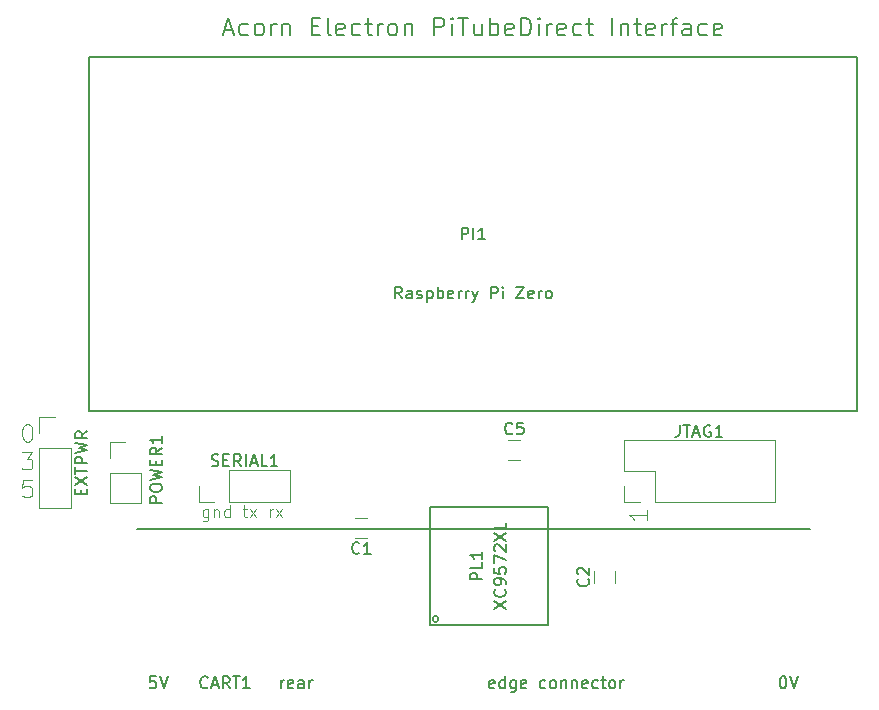
<source format=gto>
G04 #@! TF.FileFunction,Legend,Top*
%FSLAX46Y46*%
G04 Gerber Fmt 4.6, Leading zero omitted, Abs format (unit mm)*
G04 Created by KiCad (PCBNEW 4.0.6) date Friday, April 21, 2017 'PMt' 03:46:42 PM*
%MOMM*%
%LPD*%
G01*
G04 APERTURE LIST*
%ADD10C,0.100000*%
%ADD11C,0.200000*%
%ADD12C,0.120000*%
%ADD13C,0.150000*%
G04 APERTURE END LIST*
D10*
D11*
X53928573Y-37750000D02*
X54642859Y-37750000D01*
X53785716Y-38178571D02*
X54285716Y-36678571D01*
X54785716Y-38178571D01*
X55928573Y-38107143D02*
X55785716Y-38178571D01*
X55500002Y-38178571D01*
X55357144Y-38107143D01*
X55285716Y-38035714D01*
X55214287Y-37892857D01*
X55214287Y-37464286D01*
X55285716Y-37321429D01*
X55357144Y-37250000D01*
X55500002Y-37178571D01*
X55785716Y-37178571D01*
X55928573Y-37250000D01*
X56785716Y-38178571D02*
X56642858Y-38107143D01*
X56571430Y-38035714D01*
X56500001Y-37892857D01*
X56500001Y-37464286D01*
X56571430Y-37321429D01*
X56642858Y-37250000D01*
X56785716Y-37178571D01*
X57000001Y-37178571D01*
X57142858Y-37250000D01*
X57214287Y-37321429D01*
X57285716Y-37464286D01*
X57285716Y-37892857D01*
X57214287Y-38035714D01*
X57142858Y-38107143D01*
X57000001Y-38178571D01*
X56785716Y-38178571D01*
X57928573Y-38178571D02*
X57928573Y-37178571D01*
X57928573Y-37464286D02*
X58000001Y-37321429D01*
X58071430Y-37250000D01*
X58214287Y-37178571D01*
X58357144Y-37178571D01*
X58857144Y-37178571D02*
X58857144Y-38178571D01*
X58857144Y-37321429D02*
X58928572Y-37250000D01*
X59071430Y-37178571D01*
X59285715Y-37178571D01*
X59428572Y-37250000D01*
X59500001Y-37392857D01*
X59500001Y-38178571D01*
X61357144Y-37392857D02*
X61857144Y-37392857D01*
X62071430Y-38178571D02*
X61357144Y-38178571D01*
X61357144Y-36678571D01*
X62071430Y-36678571D01*
X62928573Y-38178571D02*
X62785715Y-38107143D01*
X62714287Y-37964286D01*
X62714287Y-36678571D01*
X64071429Y-38107143D02*
X63928572Y-38178571D01*
X63642858Y-38178571D01*
X63500001Y-38107143D01*
X63428572Y-37964286D01*
X63428572Y-37392857D01*
X63500001Y-37250000D01*
X63642858Y-37178571D01*
X63928572Y-37178571D01*
X64071429Y-37250000D01*
X64142858Y-37392857D01*
X64142858Y-37535714D01*
X63428572Y-37678571D01*
X65428572Y-38107143D02*
X65285715Y-38178571D01*
X65000001Y-38178571D01*
X64857143Y-38107143D01*
X64785715Y-38035714D01*
X64714286Y-37892857D01*
X64714286Y-37464286D01*
X64785715Y-37321429D01*
X64857143Y-37250000D01*
X65000001Y-37178571D01*
X65285715Y-37178571D01*
X65428572Y-37250000D01*
X65857143Y-37178571D02*
X66428572Y-37178571D01*
X66071429Y-36678571D02*
X66071429Y-37964286D01*
X66142857Y-38107143D01*
X66285715Y-38178571D01*
X66428572Y-38178571D01*
X66928572Y-38178571D02*
X66928572Y-37178571D01*
X66928572Y-37464286D02*
X67000000Y-37321429D01*
X67071429Y-37250000D01*
X67214286Y-37178571D01*
X67357143Y-37178571D01*
X68071429Y-38178571D02*
X67928571Y-38107143D01*
X67857143Y-38035714D01*
X67785714Y-37892857D01*
X67785714Y-37464286D01*
X67857143Y-37321429D01*
X67928571Y-37250000D01*
X68071429Y-37178571D01*
X68285714Y-37178571D01*
X68428571Y-37250000D01*
X68500000Y-37321429D01*
X68571429Y-37464286D01*
X68571429Y-37892857D01*
X68500000Y-38035714D01*
X68428571Y-38107143D01*
X68285714Y-38178571D01*
X68071429Y-38178571D01*
X69214286Y-37178571D02*
X69214286Y-38178571D01*
X69214286Y-37321429D02*
X69285714Y-37250000D01*
X69428572Y-37178571D01*
X69642857Y-37178571D01*
X69785714Y-37250000D01*
X69857143Y-37392857D01*
X69857143Y-38178571D01*
X71714286Y-38178571D02*
X71714286Y-36678571D01*
X72285714Y-36678571D01*
X72428572Y-36750000D01*
X72500000Y-36821429D01*
X72571429Y-36964286D01*
X72571429Y-37178571D01*
X72500000Y-37321429D01*
X72428572Y-37392857D01*
X72285714Y-37464286D01*
X71714286Y-37464286D01*
X73214286Y-38178571D02*
X73214286Y-37178571D01*
X73214286Y-36678571D02*
X73142857Y-36750000D01*
X73214286Y-36821429D01*
X73285714Y-36750000D01*
X73214286Y-36678571D01*
X73214286Y-36821429D01*
X73714286Y-36678571D02*
X74571429Y-36678571D01*
X74142858Y-38178571D02*
X74142858Y-36678571D01*
X75714286Y-37178571D02*
X75714286Y-38178571D01*
X75071429Y-37178571D02*
X75071429Y-37964286D01*
X75142857Y-38107143D01*
X75285715Y-38178571D01*
X75500000Y-38178571D01*
X75642857Y-38107143D01*
X75714286Y-38035714D01*
X76428572Y-38178571D02*
X76428572Y-36678571D01*
X76428572Y-37250000D02*
X76571429Y-37178571D01*
X76857143Y-37178571D01*
X77000000Y-37250000D01*
X77071429Y-37321429D01*
X77142858Y-37464286D01*
X77142858Y-37892857D01*
X77071429Y-38035714D01*
X77000000Y-38107143D01*
X76857143Y-38178571D01*
X76571429Y-38178571D01*
X76428572Y-38107143D01*
X78357143Y-38107143D02*
X78214286Y-38178571D01*
X77928572Y-38178571D01*
X77785715Y-38107143D01*
X77714286Y-37964286D01*
X77714286Y-37392857D01*
X77785715Y-37250000D01*
X77928572Y-37178571D01*
X78214286Y-37178571D01*
X78357143Y-37250000D01*
X78428572Y-37392857D01*
X78428572Y-37535714D01*
X77714286Y-37678571D01*
X79071429Y-38178571D02*
X79071429Y-36678571D01*
X79428572Y-36678571D01*
X79642857Y-36750000D01*
X79785715Y-36892857D01*
X79857143Y-37035714D01*
X79928572Y-37321429D01*
X79928572Y-37535714D01*
X79857143Y-37821429D01*
X79785715Y-37964286D01*
X79642857Y-38107143D01*
X79428572Y-38178571D01*
X79071429Y-38178571D01*
X80571429Y-38178571D02*
X80571429Y-37178571D01*
X80571429Y-36678571D02*
X80500000Y-36750000D01*
X80571429Y-36821429D01*
X80642857Y-36750000D01*
X80571429Y-36678571D01*
X80571429Y-36821429D01*
X81285715Y-38178571D02*
X81285715Y-37178571D01*
X81285715Y-37464286D02*
X81357143Y-37321429D01*
X81428572Y-37250000D01*
X81571429Y-37178571D01*
X81714286Y-37178571D01*
X82785714Y-38107143D02*
X82642857Y-38178571D01*
X82357143Y-38178571D01*
X82214286Y-38107143D01*
X82142857Y-37964286D01*
X82142857Y-37392857D01*
X82214286Y-37250000D01*
X82357143Y-37178571D01*
X82642857Y-37178571D01*
X82785714Y-37250000D01*
X82857143Y-37392857D01*
X82857143Y-37535714D01*
X82142857Y-37678571D01*
X84142857Y-38107143D02*
X84000000Y-38178571D01*
X83714286Y-38178571D01*
X83571428Y-38107143D01*
X83500000Y-38035714D01*
X83428571Y-37892857D01*
X83428571Y-37464286D01*
X83500000Y-37321429D01*
X83571428Y-37250000D01*
X83714286Y-37178571D01*
X84000000Y-37178571D01*
X84142857Y-37250000D01*
X84571428Y-37178571D02*
X85142857Y-37178571D01*
X84785714Y-36678571D02*
X84785714Y-37964286D01*
X84857142Y-38107143D01*
X85000000Y-38178571D01*
X85142857Y-38178571D01*
X86785714Y-38178571D02*
X86785714Y-36678571D01*
X87500000Y-37178571D02*
X87500000Y-38178571D01*
X87500000Y-37321429D02*
X87571428Y-37250000D01*
X87714286Y-37178571D01*
X87928571Y-37178571D01*
X88071428Y-37250000D01*
X88142857Y-37392857D01*
X88142857Y-38178571D01*
X88642857Y-37178571D02*
X89214286Y-37178571D01*
X88857143Y-36678571D02*
X88857143Y-37964286D01*
X88928571Y-38107143D01*
X89071429Y-38178571D01*
X89214286Y-38178571D01*
X90285714Y-38107143D02*
X90142857Y-38178571D01*
X89857143Y-38178571D01*
X89714286Y-38107143D01*
X89642857Y-37964286D01*
X89642857Y-37392857D01*
X89714286Y-37250000D01*
X89857143Y-37178571D01*
X90142857Y-37178571D01*
X90285714Y-37250000D01*
X90357143Y-37392857D01*
X90357143Y-37535714D01*
X89642857Y-37678571D01*
X91000000Y-38178571D02*
X91000000Y-37178571D01*
X91000000Y-37464286D02*
X91071428Y-37321429D01*
X91142857Y-37250000D01*
X91285714Y-37178571D01*
X91428571Y-37178571D01*
X91714285Y-37178571D02*
X92285714Y-37178571D01*
X91928571Y-38178571D02*
X91928571Y-36892857D01*
X91999999Y-36750000D01*
X92142857Y-36678571D01*
X92285714Y-36678571D01*
X93428571Y-38178571D02*
X93428571Y-37392857D01*
X93357142Y-37250000D01*
X93214285Y-37178571D01*
X92928571Y-37178571D01*
X92785714Y-37250000D01*
X93428571Y-38107143D02*
X93285714Y-38178571D01*
X92928571Y-38178571D01*
X92785714Y-38107143D01*
X92714285Y-37964286D01*
X92714285Y-37821429D01*
X92785714Y-37678571D01*
X92928571Y-37607143D01*
X93285714Y-37607143D01*
X93428571Y-37535714D01*
X94785714Y-38107143D02*
X94642857Y-38178571D01*
X94357143Y-38178571D01*
X94214285Y-38107143D01*
X94142857Y-38035714D01*
X94071428Y-37892857D01*
X94071428Y-37464286D01*
X94142857Y-37321429D01*
X94214285Y-37250000D01*
X94357143Y-37178571D01*
X94642857Y-37178571D01*
X94785714Y-37250000D01*
X95999999Y-38107143D02*
X95857142Y-38178571D01*
X95571428Y-38178571D01*
X95428571Y-38107143D01*
X95357142Y-37964286D01*
X95357142Y-37392857D01*
X95428571Y-37250000D01*
X95571428Y-37178571D01*
X95857142Y-37178571D01*
X95999999Y-37250000D01*
X96071428Y-37392857D01*
X96071428Y-37535714D01*
X95357142Y-37678571D01*
D10*
X89708571Y-78351428D02*
X89708571Y-79208571D01*
X89708571Y-78779999D02*
X88208571Y-78779999D01*
X88422857Y-78922856D01*
X88565714Y-79065714D01*
X88637143Y-79208571D01*
X52582857Y-78305714D02*
X52582857Y-79115238D01*
X52535238Y-79210476D01*
X52487619Y-79258095D01*
X52392380Y-79305714D01*
X52249523Y-79305714D01*
X52154285Y-79258095D01*
X52582857Y-78924762D02*
X52487619Y-78972381D01*
X52297142Y-78972381D01*
X52201904Y-78924762D01*
X52154285Y-78877143D01*
X52106666Y-78781905D01*
X52106666Y-78496190D01*
X52154285Y-78400952D01*
X52201904Y-78353333D01*
X52297142Y-78305714D01*
X52487619Y-78305714D01*
X52582857Y-78353333D01*
X53059047Y-78305714D02*
X53059047Y-78972381D01*
X53059047Y-78400952D02*
X53106666Y-78353333D01*
X53201904Y-78305714D01*
X53344762Y-78305714D01*
X53440000Y-78353333D01*
X53487619Y-78448571D01*
X53487619Y-78972381D01*
X54392381Y-78972381D02*
X54392381Y-77972381D01*
X54392381Y-78924762D02*
X54297143Y-78972381D01*
X54106666Y-78972381D01*
X54011428Y-78924762D01*
X53963809Y-78877143D01*
X53916190Y-78781905D01*
X53916190Y-78496190D01*
X53963809Y-78400952D01*
X54011428Y-78353333D01*
X54106666Y-78305714D01*
X54297143Y-78305714D01*
X54392381Y-78353333D01*
X55487619Y-78305714D02*
X55868571Y-78305714D01*
X55630476Y-77972381D02*
X55630476Y-78829524D01*
X55678095Y-78924762D01*
X55773333Y-78972381D01*
X55868571Y-78972381D01*
X56106667Y-78972381D02*
X56630477Y-78305714D01*
X56106667Y-78305714D02*
X56630477Y-78972381D01*
X57773334Y-78972381D02*
X57773334Y-78305714D01*
X57773334Y-78496190D02*
X57820953Y-78400952D01*
X57868572Y-78353333D01*
X57963810Y-78305714D01*
X58059049Y-78305714D01*
X58297144Y-78972381D02*
X58820954Y-78305714D01*
X58297144Y-78305714D02*
X58820954Y-78972381D01*
X37192857Y-71078571D02*
X37335714Y-71078571D01*
X37478571Y-71150000D01*
X37550000Y-71221429D01*
X37621429Y-71364286D01*
X37692857Y-71650000D01*
X37692857Y-72007143D01*
X37621429Y-72292857D01*
X37550000Y-72435714D01*
X37478571Y-72507143D01*
X37335714Y-72578571D01*
X37192857Y-72578571D01*
X37050000Y-72507143D01*
X36978571Y-72435714D01*
X36907143Y-72292857D01*
X36835714Y-72007143D01*
X36835714Y-71650000D01*
X36907143Y-71364286D01*
X36978571Y-71221429D01*
X37050000Y-71150000D01*
X37192857Y-71078571D01*
X36764286Y-73428571D02*
X37692857Y-73428571D01*
X37192857Y-74000000D01*
X37407143Y-74000000D01*
X37550000Y-74071429D01*
X37621429Y-74142857D01*
X37692857Y-74285714D01*
X37692857Y-74642857D01*
X37621429Y-74785714D01*
X37550000Y-74857143D01*
X37407143Y-74928571D01*
X36978571Y-74928571D01*
X36835714Y-74857143D01*
X36764286Y-74785714D01*
X37621429Y-75778571D02*
X36907143Y-75778571D01*
X36835714Y-76492857D01*
X36907143Y-76421429D01*
X37050000Y-76350000D01*
X37407143Y-76350000D01*
X37550000Y-76421429D01*
X37621429Y-76492857D01*
X37692857Y-76635714D01*
X37692857Y-76992857D01*
X37621429Y-77135714D01*
X37550000Y-77207143D01*
X37407143Y-77278571D01*
X37050000Y-77278571D01*
X36907143Y-77207143D01*
X36835714Y-77135714D01*
D12*
X65040000Y-80730000D02*
X66040000Y-80730000D01*
X66040000Y-79030000D02*
X65040000Y-79030000D01*
X85270000Y-83520000D02*
X85270000Y-84520000D01*
X86970000Y-84520000D02*
X86970000Y-83520000D01*
X78980000Y-72410000D02*
X77980000Y-72410000D01*
X77980000Y-74110000D02*
X78980000Y-74110000D01*
X90380000Y-77660000D02*
X100600000Y-77660000D01*
X100600000Y-77660000D02*
X100600000Y-72460000D01*
X100600000Y-72460000D02*
X87780000Y-72460000D01*
X87780000Y-72460000D02*
X87780000Y-75060000D01*
X87780000Y-75060000D02*
X90380000Y-75060000D01*
X90380000Y-75060000D02*
X90380000Y-77660000D01*
X89110000Y-77660000D02*
X87780000Y-77660000D01*
X87780000Y-77660000D02*
X87780000Y-76330000D01*
D13*
X71320000Y-88090000D02*
X81320000Y-88090000D01*
X81320000Y-88090000D02*
X81320000Y-78090000D01*
X81320000Y-78090000D02*
X71320000Y-78090000D01*
X71320000Y-78090000D02*
X71320000Y-88090000D01*
X72070000Y-87590000D02*
G75*
G03X72070000Y-87590000I-250000J0D01*
G01*
D12*
X54360000Y-77660000D02*
X59500000Y-77660000D01*
X59500000Y-77660000D02*
X59500000Y-75000000D01*
X59500000Y-75000000D02*
X54360000Y-75000000D01*
X54360000Y-75000000D02*
X54360000Y-77660000D01*
X53090000Y-77660000D02*
X51760000Y-77660000D01*
X51760000Y-77660000D02*
X51760000Y-76330000D01*
D13*
X107500000Y-70000000D02*
X42500000Y-70000000D01*
X42500000Y-70000000D02*
X42500000Y-40000000D01*
X42500000Y-40000000D02*
X107500000Y-40000000D01*
X107500000Y-40000000D02*
X107500000Y-70000000D01*
X46500000Y-80000000D02*
X103500000Y-80000000D01*
D12*
X44220000Y-75190000D02*
X44220000Y-77790000D01*
X44220000Y-77790000D02*
X46880000Y-77790000D01*
X46880000Y-77790000D02*
X46880000Y-75190000D01*
X46880000Y-75190000D02*
X44220000Y-75190000D01*
X44220000Y-73920000D02*
X44220000Y-72590000D01*
X44220000Y-72590000D02*
X45550000Y-72590000D01*
X38280000Y-73070000D02*
X38280000Y-78210000D01*
X38280000Y-78210000D02*
X40940000Y-78210000D01*
X40940000Y-78210000D02*
X40940000Y-73070000D01*
X40940000Y-73070000D02*
X38280000Y-73070000D01*
X38280000Y-71800000D02*
X38280000Y-70470000D01*
X38280000Y-70470000D02*
X39610000Y-70470000D01*
D13*
X65373334Y-81987143D02*
X65325715Y-82034762D01*
X65182858Y-82082381D01*
X65087620Y-82082381D01*
X64944762Y-82034762D01*
X64849524Y-81939524D01*
X64801905Y-81844286D01*
X64754286Y-81653810D01*
X64754286Y-81510952D01*
X64801905Y-81320476D01*
X64849524Y-81225238D01*
X64944762Y-81130000D01*
X65087620Y-81082381D01*
X65182858Y-81082381D01*
X65325715Y-81130000D01*
X65373334Y-81177619D01*
X66325715Y-82082381D02*
X65754286Y-82082381D01*
X66040000Y-82082381D02*
X66040000Y-81082381D01*
X65944762Y-81225238D01*
X65849524Y-81320476D01*
X65754286Y-81368095D01*
X84727143Y-84186666D02*
X84774762Y-84234285D01*
X84822381Y-84377142D01*
X84822381Y-84472380D01*
X84774762Y-84615238D01*
X84679524Y-84710476D01*
X84584286Y-84758095D01*
X84393810Y-84805714D01*
X84250952Y-84805714D01*
X84060476Y-84758095D01*
X83965238Y-84710476D01*
X83870000Y-84615238D01*
X83822381Y-84472380D01*
X83822381Y-84377142D01*
X83870000Y-84234285D01*
X83917619Y-84186666D01*
X83917619Y-83805714D02*
X83870000Y-83758095D01*
X83822381Y-83662857D01*
X83822381Y-83424761D01*
X83870000Y-83329523D01*
X83917619Y-83281904D01*
X84012857Y-83234285D01*
X84108095Y-83234285D01*
X84250952Y-83281904D01*
X84822381Y-83853333D01*
X84822381Y-83234285D01*
X78313334Y-71867143D02*
X78265715Y-71914762D01*
X78122858Y-71962381D01*
X78027620Y-71962381D01*
X77884762Y-71914762D01*
X77789524Y-71819524D01*
X77741905Y-71724286D01*
X77694286Y-71533810D01*
X77694286Y-71390952D01*
X77741905Y-71200476D01*
X77789524Y-71105238D01*
X77884762Y-71010000D01*
X78027620Y-70962381D01*
X78122858Y-70962381D01*
X78265715Y-71010000D01*
X78313334Y-71057619D01*
X79218096Y-70962381D02*
X78741905Y-70962381D01*
X78694286Y-71438571D01*
X78741905Y-71390952D01*
X78837143Y-71343333D01*
X79075239Y-71343333D01*
X79170477Y-71390952D01*
X79218096Y-71438571D01*
X79265715Y-71533810D01*
X79265715Y-71771905D01*
X79218096Y-71867143D01*
X79170477Y-71914762D01*
X79075239Y-71962381D01*
X78837143Y-71962381D01*
X78741905Y-71914762D01*
X78694286Y-71867143D01*
X92477143Y-71162381D02*
X92477143Y-71876667D01*
X92429523Y-72019524D01*
X92334285Y-72114762D01*
X92191428Y-72162381D01*
X92096190Y-72162381D01*
X92810476Y-71162381D02*
X93381905Y-71162381D01*
X93096190Y-72162381D02*
X93096190Y-71162381D01*
X93667619Y-71876667D02*
X94143810Y-71876667D01*
X93572381Y-72162381D02*
X93905714Y-71162381D01*
X94239048Y-72162381D01*
X95096191Y-71210000D02*
X95000953Y-71162381D01*
X94858096Y-71162381D01*
X94715238Y-71210000D01*
X94620000Y-71305238D01*
X94572381Y-71400476D01*
X94524762Y-71590952D01*
X94524762Y-71733810D01*
X94572381Y-71924286D01*
X94620000Y-72019524D01*
X94715238Y-72114762D01*
X94858096Y-72162381D01*
X94953334Y-72162381D01*
X95096191Y-72114762D01*
X95143810Y-72067143D01*
X95143810Y-71733810D01*
X94953334Y-71733810D01*
X96096191Y-72162381D02*
X95524762Y-72162381D01*
X95810476Y-72162381D02*
X95810476Y-71162381D01*
X95715238Y-71305238D01*
X95620000Y-71400476D01*
X95524762Y-71448095D01*
X75772381Y-84232857D02*
X74772381Y-84232857D01*
X74772381Y-83851904D01*
X74820000Y-83756666D01*
X74867619Y-83709047D01*
X74962857Y-83661428D01*
X75105714Y-83661428D01*
X75200952Y-83709047D01*
X75248571Y-83756666D01*
X75296190Y-83851904D01*
X75296190Y-84232857D01*
X75772381Y-82756666D02*
X75772381Y-83232857D01*
X74772381Y-83232857D01*
X75772381Y-81899523D02*
X75772381Y-82470952D01*
X75772381Y-82185238D02*
X74772381Y-82185238D01*
X74915238Y-82280476D01*
X75010476Y-82375714D01*
X75058095Y-82470952D01*
X76772381Y-86709048D02*
X77772381Y-86042381D01*
X76772381Y-86042381D02*
X77772381Y-86709048D01*
X77677143Y-85090000D02*
X77724762Y-85137619D01*
X77772381Y-85280476D01*
X77772381Y-85375714D01*
X77724762Y-85518572D01*
X77629524Y-85613810D01*
X77534286Y-85661429D01*
X77343810Y-85709048D01*
X77200952Y-85709048D01*
X77010476Y-85661429D01*
X76915238Y-85613810D01*
X76820000Y-85518572D01*
X76772381Y-85375714D01*
X76772381Y-85280476D01*
X76820000Y-85137619D01*
X76867619Y-85090000D01*
X77772381Y-84613810D02*
X77772381Y-84423334D01*
X77724762Y-84328095D01*
X77677143Y-84280476D01*
X77534286Y-84185238D01*
X77343810Y-84137619D01*
X76962857Y-84137619D01*
X76867619Y-84185238D01*
X76820000Y-84232857D01*
X76772381Y-84328095D01*
X76772381Y-84518572D01*
X76820000Y-84613810D01*
X76867619Y-84661429D01*
X76962857Y-84709048D01*
X77200952Y-84709048D01*
X77296190Y-84661429D01*
X77343810Y-84613810D01*
X77391429Y-84518572D01*
X77391429Y-84328095D01*
X77343810Y-84232857D01*
X77296190Y-84185238D01*
X77200952Y-84137619D01*
X76772381Y-83232857D02*
X76772381Y-83709048D01*
X77248571Y-83756667D01*
X77200952Y-83709048D01*
X77153333Y-83613810D01*
X77153333Y-83375714D01*
X77200952Y-83280476D01*
X77248571Y-83232857D01*
X77343810Y-83185238D01*
X77581905Y-83185238D01*
X77677143Y-83232857D01*
X77724762Y-83280476D01*
X77772381Y-83375714D01*
X77772381Y-83613810D01*
X77724762Y-83709048D01*
X77677143Y-83756667D01*
X76772381Y-82851905D02*
X76772381Y-82185238D01*
X77772381Y-82613810D01*
X76867619Y-81851905D02*
X76820000Y-81804286D01*
X76772381Y-81709048D01*
X76772381Y-81470952D01*
X76820000Y-81375714D01*
X76867619Y-81328095D01*
X76962857Y-81280476D01*
X77058095Y-81280476D01*
X77200952Y-81328095D01*
X77772381Y-81899524D01*
X77772381Y-81280476D01*
X76772381Y-80947143D02*
X77772381Y-80280476D01*
X76772381Y-80280476D02*
X77772381Y-80947143D01*
X77772381Y-79423333D02*
X77772381Y-79899524D01*
X76772381Y-79899524D01*
X52854286Y-74604762D02*
X52997143Y-74652381D01*
X53235239Y-74652381D01*
X53330477Y-74604762D01*
X53378096Y-74557143D01*
X53425715Y-74461905D01*
X53425715Y-74366667D01*
X53378096Y-74271429D01*
X53330477Y-74223810D01*
X53235239Y-74176190D01*
X53044762Y-74128571D01*
X52949524Y-74080952D01*
X52901905Y-74033333D01*
X52854286Y-73938095D01*
X52854286Y-73842857D01*
X52901905Y-73747619D01*
X52949524Y-73700000D01*
X53044762Y-73652381D01*
X53282858Y-73652381D01*
X53425715Y-73700000D01*
X53854286Y-74128571D02*
X54187620Y-74128571D01*
X54330477Y-74652381D02*
X53854286Y-74652381D01*
X53854286Y-73652381D01*
X54330477Y-73652381D01*
X55330477Y-74652381D02*
X54997143Y-74176190D01*
X54759048Y-74652381D02*
X54759048Y-73652381D01*
X55140001Y-73652381D01*
X55235239Y-73700000D01*
X55282858Y-73747619D01*
X55330477Y-73842857D01*
X55330477Y-73985714D01*
X55282858Y-74080952D01*
X55235239Y-74128571D01*
X55140001Y-74176190D01*
X54759048Y-74176190D01*
X55759048Y-74652381D02*
X55759048Y-73652381D01*
X56187619Y-74366667D02*
X56663810Y-74366667D01*
X56092381Y-74652381D02*
X56425714Y-73652381D01*
X56759048Y-74652381D01*
X57568572Y-74652381D02*
X57092381Y-74652381D01*
X57092381Y-73652381D01*
X58425715Y-74652381D02*
X57854286Y-74652381D01*
X58140000Y-74652381D02*
X58140000Y-73652381D01*
X58044762Y-73795238D01*
X57949524Y-73890476D01*
X57854286Y-73938095D01*
X74023810Y-55452381D02*
X74023810Y-54452381D01*
X74404763Y-54452381D01*
X74500001Y-54500000D01*
X74547620Y-54547619D01*
X74595239Y-54642857D01*
X74595239Y-54785714D01*
X74547620Y-54880952D01*
X74500001Y-54928571D01*
X74404763Y-54976190D01*
X74023810Y-54976190D01*
X75023810Y-55452381D02*
X75023810Y-54452381D01*
X76023810Y-55452381D02*
X75452381Y-55452381D01*
X75738095Y-55452381D02*
X75738095Y-54452381D01*
X75642857Y-54595238D01*
X75547619Y-54690476D01*
X75452381Y-54738095D01*
X68952380Y-60452381D02*
X68619046Y-59976190D01*
X68380951Y-60452381D02*
X68380951Y-59452381D01*
X68761904Y-59452381D01*
X68857142Y-59500000D01*
X68904761Y-59547619D01*
X68952380Y-59642857D01*
X68952380Y-59785714D01*
X68904761Y-59880952D01*
X68857142Y-59928571D01*
X68761904Y-59976190D01*
X68380951Y-59976190D01*
X69809523Y-60452381D02*
X69809523Y-59928571D01*
X69761904Y-59833333D01*
X69666666Y-59785714D01*
X69476189Y-59785714D01*
X69380951Y-59833333D01*
X69809523Y-60404762D02*
X69714285Y-60452381D01*
X69476189Y-60452381D01*
X69380951Y-60404762D01*
X69333332Y-60309524D01*
X69333332Y-60214286D01*
X69380951Y-60119048D01*
X69476189Y-60071429D01*
X69714285Y-60071429D01*
X69809523Y-60023810D01*
X70238094Y-60404762D02*
X70333332Y-60452381D01*
X70523808Y-60452381D01*
X70619047Y-60404762D01*
X70666666Y-60309524D01*
X70666666Y-60261905D01*
X70619047Y-60166667D01*
X70523808Y-60119048D01*
X70380951Y-60119048D01*
X70285713Y-60071429D01*
X70238094Y-59976190D01*
X70238094Y-59928571D01*
X70285713Y-59833333D01*
X70380951Y-59785714D01*
X70523808Y-59785714D01*
X70619047Y-59833333D01*
X71095237Y-59785714D02*
X71095237Y-60785714D01*
X71095237Y-59833333D02*
X71190475Y-59785714D01*
X71380952Y-59785714D01*
X71476190Y-59833333D01*
X71523809Y-59880952D01*
X71571428Y-59976190D01*
X71571428Y-60261905D01*
X71523809Y-60357143D01*
X71476190Y-60404762D01*
X71380952Y-60452381D01*
X71190475Y-60452381D01*
X71095237Y-60404762D01*
X71999999Y-60452381D02*
X71999999Y-59452381D01*
X71999999Y-59833333D02*
X72095237Y-59785714D01*
X72285714Y-59785714D01*
X72380952Y-59833333D01*
X72428571Y-59880952D01*
X72476190Y-59976190D01*
X72476190Y-60261905D01*
X72428571Y-60357143D01*
X72380952Y-60404762D01*
X72285714Y-60452381D01*
X72095237Y-60452381D01*
X71999999Y-60404762D01*
X73285714Y-60404762D02*
X73190476Y-60452381D01*
X72999999Y-60452381D01*
X72904761Y-60404762D01*
X72857142Y-60309524D01*
X72857142Y-59928571D01*
X72904761Y-59833333D01*
X72999999Y-59785714D01*
X73190476Y-59785714D01*
X73285714Y-59833333D01*
X73333333Y-59928571D01*
X73333333Y-60023810D01*
X72857142Y-60119048D01*
X73761904Y-60452381D02*
X73761904Y-59785714D01*
X73761904Y-59976190D02*
X73809523Y-59880952D01*
X73857142Y-59833333D01*
X73952380Y-59785714D01*
X74047619Y-59785714D01*
X74380952Y-60452381D02*
X74380952Y-59785714D01*
X74380952Y-59976190D02*
X74428571Y-59880952D01*
X74476190Y-59833333D01*
X74571428Y-59785714D01*
X74666667Y-59785714D01*
X74904762Y-59785714D02*
X75142857Y-60452381D01*
X75380953Y-59785714D02*
X75142857Y-60452381D01*
X75047619Y-60690476D01*
X75000000Y-60738095D01*
X74904762Y-60785714D01*
X76523810Y-60452381D02*
X76523810Y-59452381D01*
X76904763Y-59452381D01*
X77000001Y-59500000D01*
X77047620Y-59547619D01*
X77095239Y-59642857D01*
X77095239Y-59785714D01*
X77047620Y-59880952D01*
X77000001Y-59928571D01*
X76904763Y-59976190D01*
X76523810Y-59976190D01*
X77523810Y-60452381D02*
X77523810Y-59785714D01*
X77523810Y-59452381D02*
X77476191Y-59500000D01*
X77523810Y-59547619D01*
X77571429Y-59500000D01*
X77523810Y-59452381D01*
X77523810Y-59547619D01*
X78666667Y-59452381D02*
X79333334Y-59452381D01*
X78666667Y-60452381D01*
X79333334Y-60452381D01*
X80095239Y-60404762D02*
X80000001Y-60452381D01*
X79809524Y-60452381D01*
X79714286Y-60404762D01*
X79666667Y-60309524D01*
X79666667Y-59928571D01*
X79714286Y-59833333D01*
X79809524Y-59785714D01*
X80000001Y-59785714D01*
X80095239Y-59833333D01*
X80142858Y-59928571D01*
X80142858Y-60023810D01*
X79666667Y-60119048D01*
X80571429Y-60452381D02*
X80571429Y-59785714D01*
X80571429Y-59976190D02*
X80619048Y-59880952D01*
X80666667Y-59833333D01*
X80761905Y-59785714D01*
X80857144Y-59785714D01*
X81333334Y-60452381D02*
X81238096Y-60404762D01*
X81190477Y-60357143D01*
X81142858Y-60261905D01*
X81142858Y-59976190D01*
X81190477Y-59880952D01*
X81238096Y-59833333D01*
X81333334Y-59785714D01*
X81476192Y-59785714D01*
X81571430Y-59833333D01*
X81619049Y-59880952D01*
X81666668Y-59976190D01*
X81666668Y-60261905D01*
X81619049Y-60357143D01*
X81571430Y-60404762D01*
X81476192Y-60452381D01*
X81333334Y-60452381D01*
X52523810Y-93357143D02*
X52476191Y-93404762D01*
X52333334Y-93452381D01*
X52238096Y-93452381D01*
X52095238Y-93404762D01*
X52000000Y-93309524D01*
X51952381Y-93214286D01*
X51904762Y-93023810D01*
X51904762Y-92880952D01*
X51952381Y-92690476D01*
X52000000Y-92595238D01*
X52095238Y-92500000D01*
X52238096Y-92452381D01*
X52333334Y-92452381D01*
X52476191Y-92500000D01*
X52523810Y-92547619D01*
X52904762Y-93166667D02*
X53380953Y-93166667D01*
X52809524Y-93452381D02*
X53142857Y-92452381D01*
X53476191Y-93452381D01*
X54380953Y-93452381D02*
X54047619Y-92976190D01*
X53809524Y-93452381D02*
X53809524Y-92452381D01*
X54190477Y-92452381D01*
X54285715Y-92500000D01*
X54333334Y-92547619D01*
X54380953Y-92642857D01*
X54380953Y-92785714D01*
X54333334Y-92880952D01*
X54285715Y-92928571D01*
X54190477Y-92976190D01*
X53809524Y-92976190D01*
X54666667Y-92452381D02*
X55238096Y-92452381D01*
X54952381Y-93452381D02*
X54952381Y-92452381D01*
X56095239Y-93452381D02*
X55523810Y-93452381D01*
X55809524Y-93452381D02*
X55809524Y-92452381D01*
X55714286Y-92595238D01*
X55619048Y-92690476D01*
X55523810Y-92738095D01*
X76785714Y-93404762D02*
X76690476Y-93452381D01*
X76499999Y-93452381D01*
X76404761Y-93404762D01*
X76357142Y-93309524D01*
X76357142Y-92928571D01*
X76404761Y-92833333D01*
X76499999Y-92785714D01*
X76690476Y-92785714D01*
X76785714Y-92833333D01*
X76833333Y-92928571D01*
X76833333Y-93023810D01*
X76357142Y-93119048D01*
X77690476Y-93452381D02*
X77690476Y-92452381D01*
X77690476Y-93404762D02*
X77595238Y-93452381D01*
X77404761Y-93452381D01*
X77309523Y-93404762D01*
X77261904Y-93357143D01*
X77214285Y-93261905D01*
X77214285Y-92976190D01*
X77261904Y-92880952D01*
X77309523Y-92833333D01*
X77404761Y-92785714D01*
X77595238Y-92785714D01*
X77690476Y-92833333D01*
X78595238Y-92785714D02*
X78595238Y-93595238D01*
X78547619Y-93690476D01*
X78500000Y-93738095D01*
X78404761Y-93785714D01*
X78261904Y-93785714D01*
X78166666Y-93738095D01*
X78595238Y-93404762D02*
X78500000Y-93452381D01*
X78309523Y-93452381D01*
X78214285Y-93404762D01*
X78166666Y-93357143D01*
X78119047Y-93261905D01*
X78119047Y-92976190D01*
X78166666Y-92880952D01*
X78214285Y-92833333D01*
X78309523Y-92785714D01*
X78500000Y-92785714D01*
X78595238Y-92833333D01*
X79452381Y-93404762D02*
X79357143Y-93452381D01*
X79166666Y-93452381D01*
X79071428Y-93404762D01*
X79023809Y-93309524D01*
X79023809Y-92928571D01*
X79071428Y-92833333D01*
X79166666Y-92785714D01*
X79357143Y-92785714D01*
X79452381Y-92833333D01*
X79500000Y-92928571D01*
X79500000Y-93023810D01*
X79023809Y-93119048D01*
X81119048Y-93404762D02*
X81023810Y-93452381D01*
X80833333Y-93452381D01*
X80738095Y-93404762D01*
X80690476Y-93357143D01*
X80642857Y-93261905D01*
X80642857Y-92976190D01*
X80690476Y-92880952D01*
X80738095Y-92833333D01*
X80833333Y-92785714D01*
X81023810Y-92785714D01*
X81119048Y-92833333D01*
X81690476Y-93452381D02*
X81595238Y-93404762D01*
X81547619Y-93357143D01*
X81500000Y-93261905D01*
X81500000Y-92976190D01*
X81547619Y-92880952D01*
X81595238Y-92833333D01*
X81690476Y-92785714D01*
X81833334Y-92785714D01*
X81928572Y-92833333D01*
X81976191Y-92880952D01*
X82023810Y-92976190D01*
X82023810Y-93261905D01*
X81976191Y-93357143D01*
X81928572Y-93404762D01*
X81833334Y-93452381D01*
X81690476Y-93452381D01*
X82452381Y-92785714D02*
X82452381Y-93452381D01*
X82452381Y-92880952D02*
X82500000Y-92833333D01*
X82595238Y-92785714D01*
X82738096Y-92785714D01*
X82833334Y-92833333D01*
X82880953Y-92928571D01*
X82880953Y-93452381D01*
X83357143Y-92785714D02*
X83357143Y-93452381D01*
X83357143Y-92880952D02*
X83404762Y-92833333D01*
X83500000Y-92785714D01*
X83642858Y-92785714D01*
X83738096Y-92833333D01*
X83785715Y-92928571D01*
X83785715Y-93452381D01*
X84642858Y-93404762D02*
X84547620Y-93452381D01*
X84357143Y-93452381D01*
X84261905Y-93404762D01*
X84214286Y-93309524D01*
X84214286Y-92928571D01*
X84261905Y-92833333D01*
X84357143Y-92785714D01*
X84547620Y-92785714D01*
X84642858Y-92833333D01*
X84690477Y-92928571D01*
X84690477Y-93023810D01*
X84214286Y-93119048D01*
X85547620Y-93404762D02*
X85452382Y-93452381D01*
X85261905Y-93452381D01*
X85166667Y-93404762D01*
X85119048Y-93357143D01*
X85071429Y-93261905D01*
X85071429Y-92976190D01*
X85119048Y-92880952D01*
X85166667Y-92833333D01*
X85261905Y-92785714D01*
X85452382Y-92785714D01*
X85547620Y-92833333D01*
X85833334Y-92785714D02*
X86214286Y-92785714D01*
X85976191Y-92452381D02*
X85976191Y-93309524D01*
X86023810Y-93404762D01*
X86119048Y-93452381D01*
X86214286Y-93452381D01*
X86690477Y-93452381D02*
X86595239Y-93404762D01*
X86547620Y-93357143D01*
X86500001Y-93261905D01*
X86500001Y-92976190D01*
X86547620Y-92880952D01*
X86595239Y-92833333D01*
X86690477Y-92785714D01*
X86833335Y-92785714D01*
X86928573Y-92833333D01*
X86976192Y-92880952D01*
X87023811Y-92976190D01*
X87023811Y-93261905D01*
X86976192Y-93357143D01*
X86928573Y-93404762D01*
X86833335Y-93452381D01*
X86690477Y-93452381D01*
X87452382Y-93452381D02*
X87452382Y-92785714D01*
X87452382Y-92976190D02*
X87500001Y-92880952D01*
X87547620Y-92833333D01*
X87642858Y-92785714D01*
X87738097Y-92785714D01*
X58738095Y-93452381D02*
X58738095Y-92785714D01*
X58738095Y-92976190D02*
X58785714Y-92880952D01*
X58833333Y-92833333D01*
X58928571Y-92785714D01*
X59023810Y-92785714D01*
X59738096Y-93404762D02*
X59642858Y-93452381D01*
X59452381Y-93452381D01*
X59357143Y-93404762D01*
X59309524Y-93309524D01*
X59309524Y-92928571D01*
X59357143Y-92833333D01*
X59452381Y-92785714D01*
X59642858Y-92785714D01*
X59738096Y-92833333D01*
X59785715Y-92928571D01*
X59785715Y-93023810D01*
X59309524Y-93119048D01*
X60642858Y-93452381D02*
X60642858Y-92928571D01*
X60595239Y-92833333D01*
X60500001Y-92785714D01*
X60309524Y-92785714D01*
X60214286Y-92833333D01*
X60642858Y-93404762D02*
X60547620Y-93452381D01*
X60309524Y-93452381D01*
X60214286Y-93404762D01*
X60166667Y-93309524D01*
X60166667Y-93214286D01*
X60214286Y-93119048D01*
X60309524Y-93071429D01*
X60547620Y-93071429D01*
X60642858Y-93023810D01*
X61119048Y-93452381D02*
X61119048Y-92785714D01*
X61119048Y-92976190D02*
X61166667Y-92880952D01*
X61214286Y-92833333D01*
X61309524Y-92785714D01*
X61404763Y-92785714D01*
X48139524Y-92452381D02*
X47663333Y-92452381D01*
X47615714Y-92928571D01*
X47663333Y-92880952D01*
X47758571Y-92833333D01*
X47996667Y-92833333D01*
X48091905Y-92880952D01*
X48139524Y-92928571D01*
X48187143Y-93023810D01*
X48187143Y-93261905D01*
X48139524Y-93357143D01*
X48091905Y-93404762D01*
X47996667Y-93452381D01*
X47758571Y-93452381D01*
X47663333Y-93404762D01*
X47615714Y-93357143D01*
X48472857Y-92452381D02*
X48806190Y-93452381D01*
X49139524Y-92452381D01*
X101193809Y-92452381D02*
X101289048Y-92452381D01*
X101384286Y-92500000D01*
X101431905Y-92547619D01*
X101479524Y-92642857D01*
X101527143Y-92833333D01*
X101527143Y-93071429D01*
X101479524Y-93261905D01*
X101431905Y-93357143D01*
X101384286Y-93404762D01*
X101289048Y-93452381D01*
X101193809Y-93452381D01*
X101098571Y-93404762D01*
X101050952Y-93357143D01*
X101003333Y-93261905D01*
X100955714Y-93071429D01*
X100955714Y-92833333D01*
X101003333Y-92642857D01*
X101050952Y-92547619D01*
X101098571Y-92500000D01*
X101193809Y-92452381D01*
X101812857Y-92452381D02*
X102146190Y-93452381D01*
X102479524Y-92452381D01*
X48642381Y-77755714D02*
X47642381Y-77755714D01*
X47642381Y-77374761D01*
X47690000Y-77279523D01*
X47737619Y-77231904D01*
X47832857Y-77184285D01*
X47975714Y-77184285D01*
X48070952Y-77231904D01*
X48118571Y-77279523D01*
X48166190Y-77374761D01*
X48166190Y-77755714D01*
X47642381Y-76565238D02*
X47642381Y-76374761D01*
X47690000Y-76279523D01*
X47785238Y-76184285D01*
X47975714Y-76136666D01*
X48309048Y-76136666D01*
X48499524Y-76184285D01*
X48594762Y-76279523D01*
X48642381Y-76374761D01*
X48642381Y-76565238D01*
X48594762Y-76660476D01*
X48499524Y-76755714D01*
X48309048Y-76803333D01*
X47975714Y-76803333D01*
X47785238Y-76755714D01*
X47690000Y-76660476D01*
X47642381Y-76565238D01*
X47642381Y-75803333D02*
X48642381Y-75565238D01*
X47928095Y-75374761D01*
X48642381Y-75184285D01*
X47642381Y-74946190D01*
X48118571Y-74565238D02*
X48118571Y-74231904D01*
X48642381Y-74089047D02*
X48642381Y-74565238D01*
X47642381Y-74565238D01*
X47642381Y-74089047D01*
X48642381Y-73089047D02*
X48166190Y-73422381D01*
X48642381Y-73660476D02*
X47642381Y-73660476D01*
X47642381Y-73279523D01*
X47690000Y-73184285D01*
X47737619Y-73136666D01*
X47832857Y-73089047D01*
X47975714Y-73089047D01*
X48070952Y-73136666D01*
X48118571Y-73184285D01*
X48166190Y-73279523D01*
X48166190Y-73660476D01*
X48642381Y-72136666D02*
X48642381Y-72708095D01*
X48642381Y-72422381D02*
X47642381Y-72422381D01*
X47785238Y-72517619D01*
X47880476Y-72612857D01*
X47928095Y-72708095D01*
X41798571Y-77032857D02*
X41798571Y-76699523D01*
X42322381Y-76556666D02*
X42322381Y-77032857D01*
X41322381Y-77032857D01*
X41322381Y-76556666D01*
X41322381Y-76223333D02*
X42322381Y-75556666D01*
X41322381Y-75556666D02*
X42322381Y-76223333D01*
X41322381Y-75318571D02*
X41322381Y-74747142D01*
X42322381Y-75032857D02*
X41322381Y-75032857D01*
X42322381Y-74413809D02*
X41322381Y-74413809D01*
X41322381Y-74032856D01*
X41370000Y-73937618D01*
X41417619Y-73889999D01*
X41512857Y-73842380D01*
X41655714Y-73842380D01*
X41750952Y-73889999D01*
X41798571Y-73937618D01*
X41846190Y-74032856D01*
X41846190Y-74413809D01*
X41322381Y-73509047D02*
X42322381Y-73270952D01*
X41608095Y-73080475D01*
X42322381Y-72889999D01*
X41322381Y-72651904D01*
X42322381Y-71699523D02*
X41846190Y-72032857D01*
X42322381Y-72270952D02*
X41322381Y-72270952D01*
X41322381Y-71889999D01*
X41370000Y-71794761D01*
X41417619Y-71747142D01*
X41512857Y-71699523D01*
X41655714Y-71699523D01*
X41750952Y-71747142D01*
X41798571Y-71794761D01*
X41846190Y-71889999D01*
X41846190Y-72270952D01*
M02*

</source>
